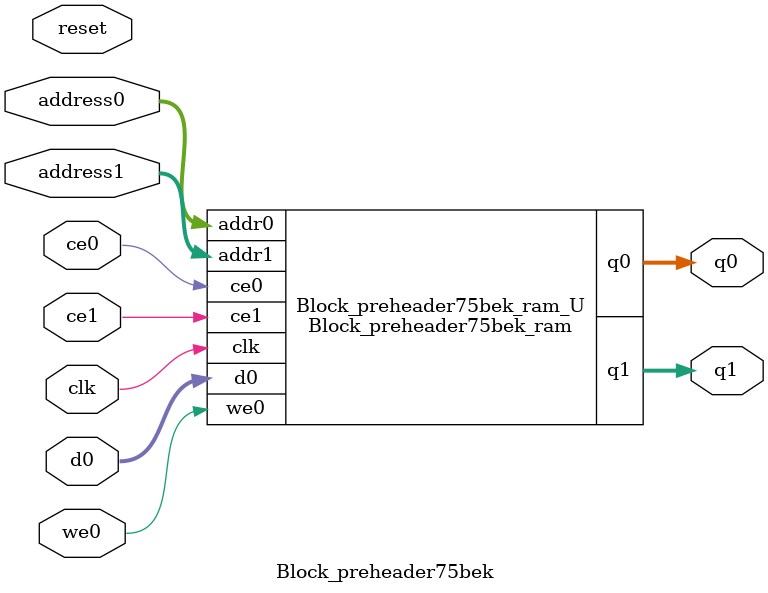
<source format=v>
`timescale 1 ns / 1 ps
module Block_preheader75bek_ram (addr0, ce0, d0, we0, q0, addr1, ce1, q1,  clk);

parameter DWIDTH = 5;
parameter AWIDTH = 18;
parameter MEM_SIZE = 204800;

input[AWIDTH-1:0] addr0;
input ce0;
input[DWIDTH-1:0] d0;
input we0;
output reg[DWIDTH-1:0] q0;
input[AWIDTH-1:0] addr1;
input ce1;
output reg[DWIDTH-1:0] q1;
input clk;

(* ram_style = "block" *)reg [DWIDTH-1:0] ram[0:MEM_SIZE-1];




always @(posedge clk)  
begin 
    if (ce0) begin
        if (we0) 
            ram[addr0] <= d0; 
        q0 <= ram[addr0];
    end
end


always @(posedge clk)  
begin 
    if (ce1) begin
        q1 <= ram[addr1];
    end
end


endmodule

`timescale 1 ns / 1 ps
module Block_preheader75bek(
    reset,
    clk,
    address0,
    ce0,
    we0,
    d0,
    q0,
    address1,
    ce1,
    q1);

parameter DataWidth = 32'd5;
parameter AddressRange = 32'd204800;
parameter AddressWidth = 32'd18;
input reset;
input clk;
input[AddressWidth - 1:0] address0;
input ce0;
input we0;
input[DataWidth - 1:0] d0;
output[DataWidth - 1:0] q0;
input[AddressWidth - 1:0] address1;
input ce1;
output[DataWidth - 1:0] q1;



Block_preheader75bek_ram Block_preheader75bek_ram_U(
    .clk( clk ),
    .addr0( address0 ),
    .ce0( ce0 ),
    .we0( we0 ),
    .d0( d0 ),
    .q0( q0 ),
    .addr1( address1 ),
    .ce1( ce1 ),
    .q1( q1 ));

endmodule


</source>
